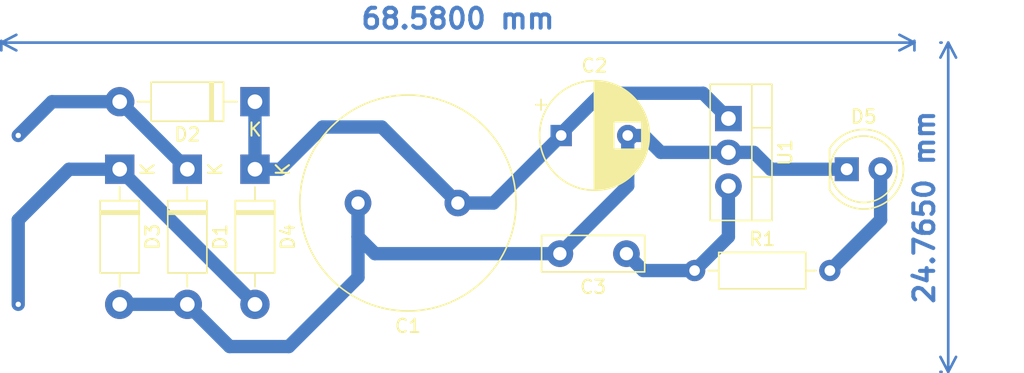
<source format=kicad_pcb>
(kicad_pcb (version 20221018) (generator pcbnew)
  (layers (0 "F.Cu" signal) (31 "B.Cu" signal) (34 "B.Paste" user) (35 "F.Paste" user) (36 "B.SilkS" user "B.Silkscreen") (37 "F.SilkS" user "F.Silkscreen") (38 "B.Mask" user) (39 "F.Mask" user) (44 "Edge.Cuts" user))
  (net 0 "")
  (net 1 "Net-(D2-K)")
  (net 2 "Net-(D1-A)")
  (net 3 "Net-(U1-OUT)")
  (net 4 "Net-(D1-K)")
  (net 5 "0")
  (net 6 "Net-(D5-A)")
  (footprint "Diode_THT:D_DO-41_SOD81_P10.16mm_Horizontal" (layer "F.Cu") (at 137.16 80.645 180)
    (fp_text reference "D2" (at 5.08 -2.47) (layer "F.SilkS"))
    (fp_text value "1N4007")
    (fp_text user "K" (at 0 -2.1) (layer "F.SilkS"))
    (fp_line (start 1.34 0) (end 2.36 0) (stroke (width 0.12)) (layer "F.SilkS"))
    (fp_line (start 2.36 -1.47) (end 2.36 1.47) (stroke (width 0.12)) (layer "F.SilkS"))
    (fp_line (start 2.36 1.47) (end 7.8 1.47) (stroke (width 0.12)) (layer "F.SilkS"))
    (fp_line (start 3.14 -1.47) (end 3.14 1.47) (stroke (width 0.12)) (layer "F.SilkS"))
    (fp_line (start 3.26 -1.47) (end 3.26 1.47) (stroke (width 0.12)) (layer "F.SilkS"))
    (fp_line (start 3.38 -1.47) (end 3.38 1.47) (stroke (width 0.12)) (layer "F.SilkS"))
    (fp_line (start 7.8 -1.47) (end 2.36 -1.47) (stroke (width 0.12)) (layer "F.SilkS"))
    (fp_line (start 7.8 1.47) (end 7.8 -1.47) (stroke (width 0.12)) (layer "F.SilkS"))
    (fp_line (start 8.82 0) (end 7.8 0) (stroke (width 0.12)) (layer "F.SilkS"))
    (pad "1" thru_hole rect (at 0 0 180) (size 2.2 2.2) (drill 1.1) (layers "*.Cu" "*.Mask") (net 1 "Net-(D2-K)"))
    (pad "2" thru_hole oval (at 10.16 0 180) (size 2.2 2.2) (drill 1.1) (layers "*.Cu" "*.Mask") (net 4 "Net-(D1-K)"))
  )
  (footprint "Capacitor_THT:C_Disc_D7.5mm_W2.5mm_P5.00mm" (layer "F.Cu") (at 165.06 92.075 180)
    (fp_text reference "C3" (at 2.5 -2.5) (layer "F.SilkS"))
    (fp_text value "0.01uF")
    (fp_line (start -1.37 -1.37) (end -1.37 1.37) (stroke (width 0.12)) (layer "F.SilkS"))
    (fp_line (start -1.37 -1.37) (end 6.37 -1.37) (stroke (width 0.12)) (layer "F.SilkS"))
    (fp_line (start -1.37 1.37) (end 6.37 1.37) (stroke (width 0.12)) (layer "F.SilkS"))
    (fp_line (start 6.37 -1.37) (end 6.37 1.37) (stroke (width 0.12)) (layer "F.SilkS"))
    (pad "1" thru_hole circle (at 0 0 180) (size 2 2) (drill 1) (layers "*.Cu" "*.Mask") (net 3 "Net-(U1-OUT)"))
    (pad "2" thru_hole circle (at 5 0 180) (size 2 2) (drill 1) (layers "*.Cu" "*.Mask") (net 2 "Net-(D1-A)"))
  )
  (footprint "Resistor_THT:R_Axial_DIN0207_L6.3mm_D2.5mm_P10.16mm_Horizontal" (layer "F.Cu") (at 170.18 93.345)
    (fp_text reference "R1" (at 5.08 -2.37) (layer "F.SilkS"))
    (fp_text value "150ohm")
    (fp_line (start 1.04 0) (end 1.81 0) (stroke (width 0.12)) (layer "F.SilkS"))
    (fp_line (start 1.81 -1.37) (end 1.81 1.37) (stroke (width 0.12)) (layer "F.SilkS"))
    (fp_line (start 1.81 1.37) (end 8.35 1.37) (stroke (width 0.12)) (layer "F.SilkS"))
    (fp_line (start 8.35 -1.37) (end 1.81 -1.37) (stroke (width 0.12)) (layer "F.SilkS"))
    (fp_line (start 8.35 1.37) (end 8.35 -1.37) (stroke (width 0.12)) (layer "F.SilkS"))
    (fp_line (start 9.12 0) (end 8.35 0) (stroke (width 0.12)) (layer "F.SilkS"))
    (pad "1" thru_hole circle (at 0 0) (size 1.6 1.6) (drill 0.8) (layers "*.Cu" "*.Mask") (net 3 "Net-(U1-OUT)"))
    (pad "2" thru_hole oval (at 10.16 0) (size 1.6 1.6) (drill 0.8) (layers "*.Cu" "*.Mask") (net 6 "Net-(D5-A)"))
  )
  (footprint "Capacitor_THT:CP_Radial_D8.0mm_P5.00mm" (layer "F.Cu") (at 160.157349 83.185)
    (fp_text reference "C2" (at 2.5 -5.25) (layer "F.SilkS"))
    (fp_text value "0.33uF")
    (fp_line (start -1.909698 -2.315) (end -1.109698 -2.315) (stroke (width 0.12)) (layer "F.SilkS"))
    (fp_line (start -1.509698 -2.715) (end -1.509698 -1.915) (stroke (width 0.12)) (layer "F.SilkS"))
    (fp_line (start 2.5 -4.08) (end 2.5 4.08) (stroke (width 0.12)) (layer "F.SilkS"))
    (fp_line (start 2.54 -4.08) (end 2.54 4.08) (stroke (width 0.12)) (layer "F.SilkS"))
    (fp_line (start 2.58 -4.08) (end 2.58 4.08) (stroke (width 0.12)) (layer "F.SilkS"))
    (fp_line (start 2.62 -4.079) (end 2.62 4.079) (stroke (width 0.12)) (layer "F.SilkS"))
    (fp_line (start 2.66 -4.077) (end 2.66 4.077) (stroke (width 0.12)) (layer "F.SilkS"))
    (fp_line (start 2.7 -4.076) (end 2.7 4.076) (stroke (width 0.12)) (layer "F.SilkS"))
    (fp_line (start 2.74 -4.074) (end 2.74 4.074) (stroke (width 0.12)) (layer "F.SilkS"))
    (fp_line (start 2.78 -4.071) (end 2.78 4.071) (stroke (width 0.12)) (layer "F.SilkS"))
    (fp_line (start 2.82 -4.068) (end 2.82 4.068) (stroke (width 0.12)) (layer "F.SilkS"))
    (fp_line (start 2.86 -4.065) (end 2.86 4.065) (stroke (width 0.12)) (layer "F.SilkS"))
    (fp_line (start 2.9 -4.061) (end 2.9 4.061) (stroke (width 0.12)) (layer "F.SilkS"))
    (fp_line (start 2.94 -4.057) (end 2.94 4.057) (stroke (width 0.12)) (layer "F.SilkS"))
    (fp_line (start 2.98 -4.052) (end 2.98 4.052) (stroke (width 0.12)) (layer "F.SilkS"))
    (fp_line (start 3.02 -4.048) (end 3.02 4.048) (stroke (width 0.12)) (layer "F.SilkS"))
    (fp_line (start 3.06 -4.042) (end 3.06 4.042) (stroke (width 0.12)) (layer "F.SilkS"))
    (fp_line (start 3.1 -4.037) (end 3.1 4.037) (stroke (width 0.12)) (layer "F.SilkS"))
    (fp_line (start 3.14 -4.03) (end 3.14 4.03) (stroke (width 0.12)) (layer "F.SilkS"))
    (fp_line (start 3.18 -4.024) (end 3.18 4.024) (stroke (width 0.12)) (layer "F.SilkS"))
    (fp_line (start 3.221 -4.017) (end 3.221 4.017) (stroke (width 0.12)) (layer "F.SilkS"))
    (fp_line (start 3.261 -4.01) (end 3.261 4.01) (stroke (width 0.12)) (layer "F.SilkS"))
    (fp_line (start 3.301 -4.002) (end 3.301 4.002) (stroke (width 0.12)) (layer "F.SilkS"))
    (fp_line (start 3.341 -3.994) (end 3.341 3.994) (stroke (width 0.12)) (layer "F.SilkS"))
    (fp_line (start 3.381 -3.985) (end 3.381 3.985) (stroke (width 0.12)) (layer "F.SilkS"))
    (fp_line (start 3.421 -3.976) (end 3.421 3.976) (stroke (width 0.12)) (layer "F.SilkS"))
    (fp_line (start 3.461 -3.967) (end 3.461 3.967) (stroke (width 0.12)) (layer "F.SilkS"))
    (fp_line (start 3.501 -3.957) (end 3.501 3.957) (stroke (width 0.12)) (layer "F.SilkS"))
    (fp_line (start 3.541 -3.947) (end 3.541 3.947) (stroke (width 0.12)) (layer "F.SilkS"))
    (fp_line (start 3.581 -3.936) (end 3.581 3.936) (stroke (width 0.12)) (layer "F.SilkS"))
    (fp_line (start 3.621 -3.925) (end 3.621 3.925) (stroke (width 0.12)) (layer "F.SilkS"))
    (fp_line (start 3.661 -3.914) (end 3.661 3.914) (stroke (width 0.12)) (layer "F.SilkS"))
    (fp_line (start 3.701 -3.902) (end 3.701 3.902) (stroke (width 0.12)) (layer "F.SilkS"))
    (fp_line (start 3.741 -3.889) (end 3.741 3.889) (stroke (width 0.12)) (layer "F.SilkS"))
    (fp_line (start 3.781 -3.877) (end 3.781 3.877) (stroke (width 0.12)) (layer "F.SilkS"))
    (fp_line (start 3.821 -3.863) (end 3.821 3.863) (stroke (width 0.12)) (layer "F.SilkS"))
    (fp_line (start 3.861 -3.85) (end 3.861 3.85) (stroke (width 0.12)) (layer "F.SilkS"))
    (fp_line (start 3.901 -3.835) (end 3.901 3.835) (stroke (width 0.12)) (layer "F.SilkS"))
    (fp_line (start 3.941 -3.821) (end 3.941 3.821) (stroke (width 0.12)) (layer "F.SilkS"))
    (fp_line (start 3.981 -3.805) (end 3.981 -1.04) (stroke (width 0.12)) (layer "F.SilkS"))
    (fp_line (start 3.981 1.04) (end 3.981 3.805) (stroke (width 0.12)) (layer "F.SilkS"))
    (fp_line (start 4.021 -3.79) (end 4.021 -1.04) (stroke (width 0.12)) (layer "F.SilkS"))
    (fp_line (start 4.021 1.04) (end 4.021 3.79) (stroke (width 0.12)) (layer "F.SilkS"))
    (fp_line (start 4.061 -3.774) (end 4.061 -1.04) (stroke (width 0.12)) (layer "F.SilkS"))
    (fp_line (start 4.061 1.04) (end 4.061 3.774) (stroke (width 0.12)) (layer "F.SilkS"))
    (fp_line (start 4.101 -3.757) (end 4.101 -1.04) (stroke (width 0.12)) (layer "F.SilkS"))
    (fp_line (start 4.101 1.04) (end 4.101 3.757) (stroke (width 0.12)) (layer "F.SilkS"))
    (fp_line (start 4.141 -3.74) (end 4.141 -1.04) (stroke (width 0.12)) (layer "F.SilkS"))
    (fp_line (start 4.141 1.04) (end 4.141 3.74) (stroke (width 0.12)) (layer "F.SilkS"))
    (fp_line (start 4.181 -3.722) (end 4.181 -1.04) (stroke (width 0.12)) (layer "F.SilkS"))
    (fp_line (start 4.181 1.04) (end 4.181 3.722) (stroke (width 0.12)) (layer "F.SilkS"))
    (fp_line (start 4.221 -3.704) (end 4.221 -1.04) (stroke (width 0.12)) (layer "F.SilkS"))
    (fp_line (start 4.221 1.04) (end 4.221 3.704) (stroke (width 0.12)) (layer "F.SilkS"))
    (fp_line (start 4.261 -3.686) (end 4.261 -1.04) (stroke (width 0.12)) (layer "F.SilkS"))
    (fp_line (start 4.261 1.04) (end 4.261 3.686) (stroke (width 0.12)) (layer "F.SilkS"))
    (fp_line (start 4.301 -3.666) (end 4.301 -1.04) (stroke (width 0.12)) (layer "F.SilkS"))
    (fp_line (start 4.301 1.04) (end 4.301 3.666) (stroke (width 0.12)) (layer "F.SilkS"))
    (fp_line (start 4.341 -3.647) (end 4.341 -1.04) (stroke (width 0.12)) (layer "F.SilkS"))
    (fp_line (start 4.341 1.04) (end 4.341 3.647) (stroke (width 0.12)) (layer "F.SilkS"))
    (fp_line (start 4.381 -3.627) (end 4.381 -1.04) (stroke (width 0.12)) (layer "F.SilkS"))
    (fp_line (start 4.381 1.04) (end 4.381 3.627) (stroke (width 0.12)) (layer "F.SilkS"))
    (fp_line (start 4.421 -3.606) (end 4.421 -1.04) (stroke (width 0.12)) (layer "F.SilkS"))
    (fp_line (start 4.421 1.04) (end 4.421 3.606) (stroke (width 0.12)) (layer "F.SilkS"))
    (fp_line (start 4.461 -3.584) (end 4.461 -1.04) (stroke (width 0.12)) (layer "F.SilkS"))
    (fp_line (start 4.461 1.04) (end 4.461 3.584) (stroke (width 0.12)) (layer "F.SilkS"))
    (fp_line (start 4.501 -3.562) (end 4.501 -1.04) (stroke (width 0.12)) (layer "F.SilkS"))
    (fp_line (start 4.501 1.04) (end 4.501 3.562) (stroke (width 0.12)) (layer "F.SilkS"))
    (fp_line (start 4.541 -3.54) (end 4.541 -1.04) (stroke (width 0.12)) (layer "F.SilkS"))
    (fp_line (start 4.541 1.04) (end 4.541 3.54) (stroke (width 0.12)) (layer "F.SilkS"))
    (fp_line (start 4.581 -3.517) (end 4.581 -1.04) (stroke (width 0.12)) (layer "F.SilkS"))
    (fp_line (start 4.581 1.04) (end 4.581 3.517) (stroke (width 0.12)) (layer "F.SilkS"))
    (fp_line (start 4.621 -3.493) (end 4.621 -1.04) (stroke (width 0.12)) (layer "F.SilkS"))
    (fp_line (start 4.621 1.04) (end 4.621 3.493) (stroke (width 0.12)) (layer "F.SilkS"))
    (fp_line (start 4.661 -3.469) (end 4.661 -1.04) (stroke (width 0.12)) (layer "F.SilkS"))
    (fp_line (start 4.661 1.04) (end 4.661 3.469) (stroke (width 0.12)) (layer "F.SilkS"))
    (fp_line (start 4.701 -3.444) (end 4.701 -1.04) (stroke (width 0.12)) (layer "F.SilkS"))
    (fp_line (start 4.701 1.04) (end 4.701 3.444) (stroke (width 0.12)) (layer "F.SilkS"))
    (fp_line (start 4.741 -3.418) (end 4.741 -1.04) (stroke (width 0.12)) (layer "F.SilkS"))
    (fp_line (start 4.741 1.04) (end 4.741 3.418) (stroke (width 0.12)) (layer "F.SilkS"))
    (fp_line (start 4.781 -3.392) (end 4.781 -1.04) (stroke (width 0.12)) (layer "F.SilkS"))
    (fp_line (start 4.781 1.04) (end 4.781 3.392) (stroke (width 0.12)) (layer "F.SilkS"))
    (fp_line (start 4.821 -3.365) (end 4.821 -1.04) (stroke (width 0.12)) (layer "F.SilkS"))
    (fp_line (start 4.821 1.04) (end 4.821 3.365) (stroke (width 0.12)) (layer "F.SilkS"))
    (fp_line (start 4.861 -3.338) (end 4.861 -1.04) (stroke (width 0.12)) (layer "F.SilkS"))
    (fp_line (start 4.861 1.04) (end 4.861 3.338) (stroke (width 0.12)) (layer "F.SilkS"))
    (fp_line (start 4.901 -3.309) (end 4.901 -1.04) (stroke (width 0.12)) (layer "F.SilkS"))
    (fp_line (start 4.901 1.04) (end 4.901 3.309) (stroke (width 0.12)) (layer "F.SilkS"))
    (fp_line (start 4.941 -3.28) (end 4.941 -1.04) (stroke (width 0.12)) (layer "F.SilkS"))
    (fp_line (start 4.941 1.04) (end 4.941 3.28) (stroke (width 0.12)) (layer "F.SilkS"))
    (fp_line (start 4.981 -3.25) (end 4.981 -1.04) (stroke (width 0.12)) (layer "F.SilkS"))
    (fp_line (start 4.981 1.04) (end 4.981 3.25) (stroke (width 0.12)) (layer "F.SilkS"))
    (fp_line (start 5.021 -3.22) (end 5.021 -1.04) (stroke (width 0.12)) (layer "F.SilkS"))
    (fp_line (start 5.021 1.04) (end 5.021 3.22) (stroke (width 0.12)) (layer "F.SilkS"))
    (fp_line (start 5.061 -3.189) (end 5.061 -1.04) (stroke (width 0.12)) (layer "F.SilkS"))
    (fp_line (start 5.061 1.04) (end 5.061 3.189) (stroke (width 0.12)) (layer "F.SilkS"))
    (fp_line (start 5.101 -3.156) (end 5.101 -1.04) (stroke (width 0.12)) (layer "F.SilkS"))
    (fp_line (start 5.101 1.04) (end 5.101 3.156) (stroke (width 0.12)) (layer "F.SilkS"))
    (fp_line (start 5.141 -3.124) (end 5.141 -1.04) (stroke (width 0.12)) (layer "F.SilkS"))
    (fp_line (start 5.141 1.04) (end 5.141 3.124) (stroke (width 0.12)) (layer "F.SilkS"))
    (fp_line (start 5.181 -3.09) (end 5.181 -1.04) (stroke (width 0.12)) (layer "F.SilkS"))
    (fp_line (start 5.181 1.04) (end 5.181 3.09) (stroke (width 0.12)) (layer "F.SilkS"))
    (fp_line (start 5.221 -3.055) (end 5.221 -1.04) (stroke (width 0.12)) (layer "F.SilkS"))
    (fp_line (start 5.221 1.04) (end 5.221 3.055) (stroke (width 0.12)) (layer "F.SilkS"))
    (fp_line (start 5.261 -3.019) (end 5.261 -1.04) (stroke (width 0.12)) (layer "F.SilkS"))
    (fp_line (start 5.261 1.04) (end 5.261 3.019) (stroke (width 0.12)) (layer "F.SilkS"))
    (fp_line (start 5.301 -2.983) (end 5.301 -1.04) (stroke (width 0.12)) (layer "F.SilkS"))
    (fp_line (start 5.301 1.04) (end 5.301 2.983) (stroke (width 0.12)) (layer "F.SilkS"))
    (fp_line (start 5.341 -2.945) (end 5.341 -1.04) (stroke (width 0.12)) (layer "F.SilkS"))
    (fp_line (start 5.341 1.04) (end 5.341 2.945) (stroke (width 0.12)) (layer "F.SilkS"))
    (fp_line (start 5.381 -2.907) (end 5.381 -1.04) (stroke (width 0.12)) (layer "F.SilkS"))
    (fp_line (start 5.381 1.04) (end 5.381 2.907) (stroke (width 0.12)) (layer "F.SilkS"))
    (fp_line (start 5.421 -2.867) (end 5.421 -1.04) (stroke (width 0.12)) (layer "F.SilkS"))
    (fp_line (start 5.421 1.04) (end 5.421 2.867) (stroke (width 0.12)) (layer "F.SilkS"))
    (fp_line (start 5.461 -2.826) (end 5.461 -1.04) (stroke (width 0.12)) (layer "F.SilkS"))
    (fp_line (start 5.461 1.04) (end 5.461 2.826) (stroke (width 0.12)) (layer "F.SilkS"))
    (fp_line (start 5.501 -2.784) (end 5.501 -1.04) (stroke (width 0.12)) (layer "F.SilkS"))
    (fp_line (start 5.501 1.04) (end 5.501 2.784) (stroke (width 0.12)) (layer "F.SilkS"))
    (fp_line (start 5.541 -2.741) (end 5.541 -1.04) (stroke (width 0.12)) (layer "F.SilkS"))
    (fp_line (start 5.541 1.04) (end 5.541 2.741) (stroke (width 0.12)) (layer "F.SilkS"))
    (fp_line (start 5.581 -2.697) (end 5.581 -1.04) (stroke (width 0.12)) (layer "F.SilkS"))
    (fp_line (start 5.581 1.04) (end 5.581 2.697) (stroke (width 0.12)) (layer "F.SilkS"))
    (fp_line (start 5.621 -2.651) (end 5.621 -1.04) (stroke (width 0.12)) (layer "F.SilkS"))
    (fp_line (start 5.621 1.04) (end 5.621 2.651) (stroke (width 0.12)) (layer "F.SilkS"))
    (fp_line (start 5.661 -2.604) (end 5.661 -1.04) (stroke (width 0.12)) (layer "F.SilkS"))
    (fp_line (start 5.661 1.04) (end 5.661 2.604) (stroke (width 0.12)) (layer "F.SilkS"))
    (fp_line (start 5.701 -2.556) (end 5.701 -1.04) (stroke (width 0.12)) (layer "F.SilkS"))
    (fp_line (start 5.701 1.04) (end 5.701 2.556) (stroke (width 0.12)) (layer "F.SilkS"))
    (fp_line (start 5.741 -2.505) (end 5.741 -1.04) (stroke (width 0.12)) (layer "F.SilkS"))
    (fp_line (start 5.741 1.04) (end 5.741 2.505) (stroke (width 0.12)) (layer "F.SilkS"))
    (fp_line (start 5.781 -2.454) (end 5.781 -1.04) (stroke (width 0.12)) (layer "F.SilkS"))
    (fp_line (start 5.781 1.04) (end 5.781 2.454) (stroke (width 0.12)) (layer "F.SilkS"))
    (fp_line (start 5.821 -2.4) (end 5.821 -1.04) (stroke (width 0.12)) (layer "F.SilkS"))
    (fp_line (start 5.821 1.04) (end 5.821 2.4) (stroke (width 0.12)) (layer "F.SilkS"))
    (fp_line (start 5.861 -2.345) (end 5.861 -1.04) (stroke (width 0.12)) (layer "F.SilkS"))
    (fp_line (start 5.861 1.04) (end 5.861 2.345) (stroke (width 0.12)) (layer "F.SilkS"))
    (fp_line (start 5.901 -2.287) (end 5.901 -1.04) (stroke (width 0.12)) (layer "F.SilkS"))
    (fp_line (start 5.901 1.04) (end 5.901 2.287) (stroke (width 0.12)) (layer "F.SilkS"))
    (fp_line (start 5.941 -2.228) (end 5.941 -1.04) (stroke (width 0.12)) (layer "F.SilkS"))
    (fp_line (start 5.941 1.04) (end 5.941 2.228) (stroke (width 0.12)) (layer "F.SilkS"))
    (fp_line (start 5.981 -2.166) (end 5.981 -1.04) (stroke (width 0.12)) (layer "F.SilkS"))
    (fp_line (start 5.981 1.04) (end 5.981 2.166) (stroke (width 0.12)) (layer "F.SilkS"))
    (fp_line (start 6.021 -2.102) (end 6.021 -1.04) (stroke (width 0.12)) (layer "F.SilkS"))
    (fp_line (start 6.021 1.04) (end 6.021 2.102) (stroke (width 0.12)) (layer "F.SilkS"))
    (fp_line (start 6.061 -2.034) (end 6.061 2.034) (stroke (width 0.12)) (layer "F.SilkS"))
    (fp_line (start 6.101 -1.964) (end 6.101 1.964) (stroke (width 0.12)) (layer "F.SilkS"))
    (fp_line (start 6.141 -1.89) (end 6.141 1.89) (stroke (width 0.12)) (layer "F.SilkS"))
    (fp_line (start 6.181 -1.813) (end 6.181 1.813) (stroke (width 0.12)) (layer "F.SilkS"))
    (fp_line (start 6.221 -1.731) (end 6.221 1.731) (stroke (width 0.12)) (layer "F.SilkS"))
    (fp_line (start 6.261 -1.645) (end 6.261 1.645) (stroke (width 0.12)) (layer "F.SilkS"))
    (fp_line (start 6.301 -1.552) (end 6.301 1.552) (stroke (width 0.12)) (layer "F.SilkS"))
    (fp_line (start 6.341 -1.453) (end 6.341 1.453) (stroke (width 0.12)) (layer "F.SilkS"))
    (fp_line (start 6.381 -1.346) (end 6.381 1.346) (stroke (width 0.12)) (layer "F.SilkS"))
    (fp_line (start 6.421 -1.229) (end 6.421 1.229) (stroke (width 0.12)) (layer "F.SilkS"))
    (fp_line (start 6.461 -1.098) (end 6.461 1.098) (stroke (width 0.12)) (layer "F.SilkS"))
    (fp_line (start 6.501 -0.948) (end 6.501 0.948) (stroke (width 0.12)) (layer "F.SilkS"))
    (fp_line (start 6.541 -0.768) (end 6.541 0.768) (stroke (width 0.12)) (layer "F.SilkS"))
    (fp_line (start 6.581 -0.533) (end 6.581 0.533) (stroke (width 0.12)) (layer "F.SilkS"))
    (fp_circle (center 2.5 0) (end 6.62 0) (stroke (width 0.12)) (fill none) (layer "F.SilkS"))
    (pad "1" thru_hole rect (at 0 0) (size 1.6 1.6) (drill 0.8) (layers "*.Cu" "*.Mask") (net 1 "Net-(D2-K)"))
    (pad "2" thru_hole circle (at 5 0) (size 1.6 1.6) (drill 0.8) (layers "*.Cu" "*.Mask") (net 2 "Net-(D1-A)"))
  )
  (footprint "LED_THT:LED_D5.0mm" (layer "F.Cu") (at 181.61 85.725)
    (fp_text reference "D5" (at 1.27 -3.96) (layer "F.SilkS"))
    (fp_text value "LED")
    (fp_line (start -1.29 -1.545) (end -1.29 1.545) (stroke (width 0.12)) (layer "F.SilkS"))
    (fp_arc (start -1.29 -1.54483) (mid 2.072002 -2.880433) (end 4.26 0.000462) (stroke (width 0.12)) (layer "F.SilkS"))
    (fp_arc (start 4.26 -0.000462) (mid 2.072002 2.880433) (end -1.29 1.54483) (stroke (width 0.12)) (layer "F.SilkS"))
    (fp_circle (center 1.27 0) (end 3.77 0) (stroke (width 0.12)) (fill none) (layer "F.SilkS"))
    (pad "1" thru_hole rect (at 0 0) (size 1.8 1.8) (drill 0.9) (layers "*.Cu" "*.Mask") (net 2 "Net-(D1-A)"))
    (pad "2" thru_hole circle (at 2.54 0) (size 1.8 1.8) (drill 0.9) (layers "*.Cu" "*.Mask") (net 6 "Net-(D5-A)"))
  )
  (footprint "Diode_THT:D_DO-41_SOD81_P10.16mm_Horizontal" (layer "F.Cu") (at 132.08 85.725 -90)
    (fp_text reference "D1" (at 5.08 -2.47 90) (layer "F.SilkS"))
    (fp_text value "1N4007")
    (fp_text user "K" (at 0 -2.1 90) (layer "F.SilkS"))
    (fp_line (start 1.34 0) (end 2.36 0) (stroke (width 0.12)) (layer "F.SilkS"))
    (fp_line (start 2.36 -1.47) (end 2.36 1.47) (stroke (width 0.12)) (layer "F.SilkS"))
    (fp_line (start 2.36 1.47) (end 7.8 1.47) (stroke (width 0.12)) (layer "F.SilkS"))
    (fp_line (start 3.14 -1.47) (end 3.14 1.47) (stroke (width 0.12)) (layer "F.SilkS"))
    (fp_line (start 3.26 -1.47) (end 3.26 1.47) (stroke (width 0.12)) (layer "F.SilkS"))
    (fp_line (start 3.38 -1.47) (end 3.38 1.47) (stroke (width 0.12)) (layer "F.SilkS"))
    (fp_line (start 7.8 -1.47) (end 2.36 -1.47) (stroke (width 0.12)) (layer "F.SilkS"))
    (fp_line (start 7.8 1.47) (end 7.8 -1.47) (stroke (width 0.12)) (layer "F.SilkS"))
    (fp_line (start 8.82 0) (end 7.8 0) (stroke (width 0.12)) (layer "F.SilkS"))
    (pad "1" thru_hole rect (at 0 0 270) (size 2.2 2.2) (drill 1.1) (layers "*.Cu" "*.Mask") (net 4 "Net-(D1-K)"))
    (pad "2" thru_hole oval (at 10.16 0 270) (size 2.2 2.2) (drill 1.1) (layers "*.Cu" "*.Mask") (net 2 "Net-(D1-A)"))
  )
  (footprint "Capacitor_THT:C_Radial_D16.0mm_H25.0mm_P7.50mm" (layer "F.Cu") (at 152.4 88.265 180)
    (fp_text reference "C1" (at 3.75 -9.25) (layer "F.SilkS"))
    (fp_text value "4400uF")
    (fp_circle (center 3.75 0) (end 11.87 0) (stroke (width 0.12)) (fill none) (layer "F.SilkS"))
    (pad "1" thru_hole circle (at 0 0 180) (size 2 2) (drill 1) (layers "*.Cu" "*.Mask") (net 1 "Net-(D2-K)"))
    (pad "2" thru_hole circle (at 7.5 0 180) (size 2 2) (drill 1) (layers "*.Cu" "*.Mask") (net 2 "Net-(D1-A)"))
  )
  (footprint "Diode_THT:D_DO-41_SOD81_P10.16mm_Horizontal" (layer "F.Cu") (at 137.16 85.725 -90)
    (fp_text reference "D4" (at 5.08 -2.47 90) (layer "F.SilkS"))
    (fp_text value "1N4007")
    (fp_text user "K" (at 0 -2.1 90) (layer "F.SilkS"))
    (fp_line (start 1.34 0) (end 2.36 0) (stroke (width 0.12)) (layer "F.SilkS"))
    (fp_line (start 2.36 -1.47) (end 2.36 1.47) (stroke (width 0.12)) (layer "F.SilkS"))
    (fp_line (start 2.36 1.47) (end 7.8 1.47) (stroke (width 0.12)) (layer "F.SilkS"))
    (fp_line (start 3.14 -1.47) (end 3.14 1.47) (stroke (width 0.12)) (layer "F.SilkS"))
    (fp_line (start 3.26 -1.47) (end 3.26 1.47) (stroke (width 0.12)) (layer "F.SilkS"))
    (fp_line (start 3.38 -1.47) (end 3.38 1.47) (stroke (width 0.12)) (layer "F.SilkS"))
    (fp_line (start 7.8 -1.47) (end 2.36 -1.47) (stroke (width 0.12)) (layer "F.SilkS"))
    (fp_line (start 7.8 1.47) (end 7.8 -1.47) (stroke (width 0.12)) (layer "F.SilkS"))
    (fp_line (start 8.82 0) (end 7.8 0) (stroke (width 0.12)) (layer "F.SilkS"))
    (pad "1" thru_hole rect (at 0 0 270) (size 2.2 2.2) (drill 1.1) (layers "*.Cu" "*.Mask") (net 1 "Net-(D2-K)"))
    (pad "2" thru_hole oval (at 10.16 0 270) (size 2.2 2.2) (drill 1.1) (layers "*.Cu" "*.Mask") (net 5 "0"))
  )
  (footprint "Package_TO_SOT_THT:TO-220-3_Vertical" (layer "F.Cu") (at 172.72 81.915 -90)
    (fp_text reference "U1" (at 2.54 -4.27 90) (layer "F.SilkS"))
    (fp_text value "L7805")
    (fp_line (start -2.58 -3.27) (end -2.58 1.371) (stroke (width 0.12)) (layer "F.SilkS"))
    (fp_line (start -2.58 -3.27) (end 7.66 -3.27) (stroke (width 0.12)) (layer "F.SilkS"))
    (fp_line (start -2.58 -1.76) (end 7.66 -1.76) (stroke (width 0.12)) (layer "F.SilkS"))
    (fp_line (start -2.58 1.371) (end 7.66 1.371) (stroke (width 0.12)) (layer "F.SilkS"))
    (fp_line (start 0.69 -3.27) (end 0.69 -1.76) (stroke (width 0.12)) (layer "F.SilkS"))
    (fp_line (start 4.391 -3.27) (end 4.391 -1.76) (stroke (width 0.12)) (layer "F.SilkS"))
    (fp_line (start 7.66 -3.27) (end 7.66 1.371) (stroke (width 0.12)) (layer "F.SilkS"))
    (pad "1" thru_hole rect (at 0 0 270) (size 1.905 2) (drill 1.1) (layers "*.Cu" "*.Mask") (net 1 "Net-(D2-K)"))
    (pad "2" thru_hole oval (at 2.54 0 270) (size 1.905 2) (drill 1.1) (layers "*.Cu" "*.Mask") (net 2 "Net-(D1-A)"))
    (pad "3" thru_hole oval (at 5.08 0 270) (size 1.905 2) (drill 1.1) (layers "*.Cu" "*.Mask") (net 3 "Net-(U1-OUT)"))
  )
  (footprint "Diode_THT:D_DO-41_SOD81_P10.16mm_Horizontal" (layer "F.Cu") (at 127 85.725 -90)
    (fp_text reference "D3" (at 5.08 -2.47 90) (layer "F.SilkS"))
    (fp_text value "1N4007")
    (fp_text user "K" (at 0 -2.1 90) (layer "F.SilkS"))
    (fp_line (start 1.34 0) (end 2.36 0) (stroke (width 0.12)) (layer "F.SilkS"))
    (fp_line (start 2.36 -1.47) (end 2.36 1.47) (stroke (width 0.12)) (layer "F.SilkS"))
    (fp_line (start 2.36 1.47) (end 7.8 1.47) (stroke (width 0.12)) (layer "F.SilkS"))
    (fp_line (start 3.14 -1.47) (end 3.14 1.47) (stroke (width 0.12)) (layer "F.SilkS"))
    (fp_line (start 3.26 -1.47) (end 3.26 1.47) (stroke (width 0.12)) (layer "F.SilkS"))
    (fp_line (start 3.38 -1.47) (end 3.38 1.47) (stroke (width 0.12)) (layer "F.SilkS"))
    (fp_line (start 7.8 -1.47) (end 2.36 -1.47) (stroke (width 0.12)) (layer "F.SilkS"))
    (fp_line (start 7.8 1.47) (end 7.8 -1.47) (stroke (width 0.12)) (layer "F.SilkS"))
    (fp_line (start 8.82 0) (end 7.8 0) (stroke (width 0.12)) (layer "F.SilkS"))
    (pad "1" thru_hole rect (at 0 0 270) (size 2.2 2.2) (drill 1.1) (layers "*.Cu" "*.Mask") (net 5 "0"))
    (pad "2" thru_hole oval (at 10.16 0 270) (size 2.2 2.2) (drill 1.1) (layers "*.Cu" "*.Mask") (net 2 "Net-(D1-A)"))
  )
  (dimension (type aligned) (layer "B.Cu") (pts (xy 118.11 75.565) (xy 186.69 75.565)) (height 0.635) (gr_text "68.5800 mm" (at 152.4 74.4) (layer "B.Cu") (effects (font (size 1.5 1.5) (thickness 0.3)))) (format (prefix "") (suffix "") (units 3) (units_format 1) (precision 4)) (style (thickness 0.2) (arrow_length 1.27) (text_position_mode 0) (extension_height 0.58642) (extension_offset 0.5) keep_text_aligned))
  (dimension (type aligned) (layer "B.Cu") (pts (xy 189.23 100.965) (xy 189.23 76.2)) (height 0) (gr_text "24.7650 mm" (at 187.43 88.5825 90) (layer "B.Cu") (effects (font (size 1.5 1.5) (thickness 0.3)))) (format (prefix "") (suffix "") (units 3) (units_format 1) (precision 4)) (style (thickness 0.2) (arrow_length 1.27) (text_position_mode 0) (extension_height 0.58642) (extension_offset 0.5) keep_text_aligned))
  (segment (start 137.16 85.725) (end 139.065 85.725) (width 1) (layer "B.Cu") (net 1))
  (segment (start 160.157349 83.185) (end 160.157349 83.047651) (width 1) (layer "B.Cu") (net 1))
  (segment (start 137.16 80.645) (end 137.16 85.725) (width 1) (layer "B.Cu") (net 1))
  (segment (start 139.065 85.725) (end 142.24 82.55) (width 1) (layer "B.Cu") (net 1))
  (segment (start 146.685 82.55) (end 152.4 88.265) (width 1) (layer "B.Cu") (net 1))
  (segment (start 142.24 82.55) (end 146.685 82.55) (width 1) (layer "B.Cu") (net 1))
  (segment (start 170.815 80.01) (end 172.72 81.915) (width 1) (layer "B.Cu") (net 1))
  (segment (start 160.157349 83.047651) (end 163.195 80.01) (width 1) (layer "B.Cu") (net 1))
  (segment (start 163.195 80.01) (end 170.815 80.01) (width 1) (layer "B.Cu") (net 1))
  (segment (start 152.4 88.265) (end 155.077349 88.265) (width 1) (layer "B.Cu") (net 1))
  (segment (start 155.077349 88.265) (end 160.157349 83.185) (width 1) (layer "B.Cu") (net 1))
  (segment (start 132.08 95.885) (end 135.255 99.06) (width 1) (layer "B.Cu") (net 2))
  (segment (start 167.64 84.455) (end 172.72 84.455) (width 1) (layer "B.Cu") (net 2))
  (segment (start 160.06 92.075) (end 146.17 92.075) (width 1) (layer "B.Cu") (net 2))
  (segment (start 165.157349 86.977651) (end 160.06 92.075) (width 1) (layer "B.Cu") (net 2))
  (segment (start 165.157349 83.185) (end 166.37 83.185) (width 1) (layer "B.Cu") (net 2))
  (segment (start 175.895 85.725) (end 181.61 85.725) (width 1) (layer "B.Cu") (net 2))
  (segment (start 144.9 90.805) (end 144.9 88.265) (width 1) (layer "B.Cu") (net 2))
  (segment (start 172.72 84.455) (end 174.625 84.455) (width 1) (layer "B.Cu") (net 2))
  (segment (start 166.37 83.185) (end 167.64 84.455) (width 1) (layer "B.Cu") (net 2))
  (segment (start 139.7 99.06) (end 144.9 93.86) (width 1) (layer "B.Cu") (net 2))
  (segment (start 144.9 93.86) (end 144.9 90.805) (width 1) (layer "B.Cu") (net 2))
  (segment (start 127 95.885) (end 132.08 95.885) (width 1) (layer "B.Cu") (net 2))
  (segment (start 174.625 84.455) (end 175.895 85.725) (width 1) (layer "B.Cu") (net 2))
  (segment (start 146.17 92.075) (end 144.9 90.805) (width 1) (layer "B.Cu") (net 2))
  (segment (start 135.255 99.06) (end 139.7 99.06) (width 1) (layer "B.Cu") (net 2))
  (segment (start 165.157349 83.185) (end 165.157349 86.977651) (width 1) (layer "B.Cu") (net 2))
  (segment (start 172.72 86.995) (end 172.72 90.805) (width 1) (layer "B.Cu") (net 3))
  (segment (start 165.06 92.075) (end 166.33 93.345) (width 1) (layer "B.Cu") (net 3))
  (segment (start 172.72 90.805) (end 170.18 93.345) (width 1) (layer "B.Cu") (net 3))
  (segment (start 166.33 93.345) (end 170.18 93.345) (width 1) (layer "B.Cu") (net 3))
  (via (at 119.38 83.185) (size 0.8) (drill 0.4) (layers "F.Cu" "B.Cu") (net 4))
  (segment (start 121.92 80.645) (end 127 80.645) (width 1) (layer "B.Cu") (net 4))
  (segment (start 127 80.645) (end 132.08 85.725) (width 1) (layer "B.Cu") (net 4))
  (segment (start 119.38 83.185) (end 121.92 80.645) (width 1) (layer "B.Cu") (net 4))
  (via (at 119.38 95.885) (size 0.8) (drill 0.4) (layers "F.Cu" "B.Cu") (net 5))
  (segment (start 119.38 89.535) (end 119.38 95.885) (width 1) (layer "B.Cu") (net 5))
  (segment (start 127 85.725) (end 137.16 95.885) (width 1) (layer "B.Cu") (net 5))
  (segment (start 127 85.725) (end 123.19 85.725) (width 1) (layer "B.Cu") (net 5))
  (segment (start 123.19 85.725) (end 119.38 89.535) (width 1) (layer "B.Cu") (net 5))
  (segment (start 184.15 85.725) (end 184.15 89.535) (width 1) (layer "B.Cu") (net 6))
  (segment (start 184.15 89.535) (end 180.34 93.345) (width 1) (layer "B.Cu") (net 6))
)
</source>
